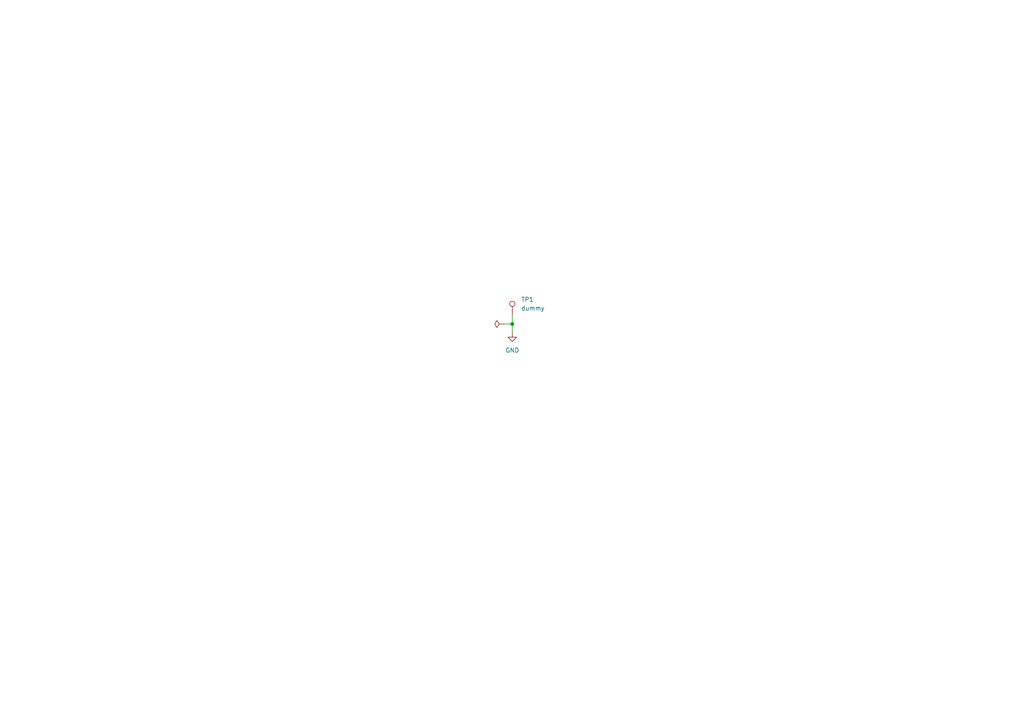
<source format=kicad_sch>
(kicad_sch (version 20230121) (generator eeschema)
  (paper "A4")
  (title_block (title "Mini-Ox front panel") (date "2023-02-06") (rev "0") (comment 1 "creativecommons.org/licenses/by/4.0/") (comment 2 "License: CC by 4.0") (comment 3 "Author: Jordan Aceto"))
  (lib_symbols
    (symbol "Connector:TestPoint" (pin_numbers hide) (pin_names (offset 0.762) hide)
      (property "Reference" "TP" (at 0 6.858 0))
      (property "Value" "TestPoint" (at 0 5.08 0))
      (symbol "TestPoint_0_1"
        (circle (center 0 3.302) (radius 0.762))
      )
      (symbol "TestPoint_1_1"
        (pin passive line (at 0 0 90) (length 2.54) (name "1") (number "1"))
      )
    )
    (symbol "power:GND" (power) (pin_names (offset 0))
      (property "Value" "GND" (at 0 -3.81 0))
      (symbol "GND_0_1"
        (polyline (pts (xy 0 0) (xy 0 -1.27) (xy 1.27 -1.27) (xy 0 -2.54) (xy -1.27 -1.27) (xy 0 -1.27)))
      )
      (symbol "GND_1_1"
        (pin power_in line (at 0 0 270) (length 0) hide (name "GND") (number "1"))
      )
    )
    (symbol "power:PWR_FLAG" (power) (pin_numbers hide) (pin_names (offset 0) hide)
      (property "Value" "PWR_FLAG" (at 0 3.81 0))
      (symbol "PWR_FLAG_0_0"
        (pin power_out line (at 0 0 90) (length 0) (name "pwr") (number "1"))
      )
      (symbol "PWR_FLAG_0_1"
        (polyline (pts (xy 0 0) (xy 0 1.27) (xy -1.016 1.905) (xy 0 2.54) (xy 1.016 1.905) (xy 0 1.27)))
      )
    )
  )
  (junction (at 148.59 93.98))
  (wire (pts (xy 148.59 93.98) (xy 148.59 91.44)))
  (wire (pts (xy 146.05 93.98) (xy 148.59 93.98)))
  (wire (pts (xy 148.59 93.98) (xy 148.59 96.52)))
  (symbol (lib_id "power:GND") (at 148.59 96.52 0) (unit 1)
    (property "Reference" "#PWR?" (effects hide))
    (property "Value" "GND" (at 148.59 101.6 0))
  )
  (symbol (lib_id "power:PWR_FLAG") (at 146.05 93.98 90) (unit 1)
    (property "Reference" "#FLG?" (effects hide))
    (property "Value" "PWR_FLAG" (effects hide))
  )
  (symbol (lib_id "Connector:TestPoint") (at 148.59 91.44 0) (unit 1)
    (property "Reference" "TP1" (at 151.13 86.8679 0) (effects (justify left)))
    (property "Value" "dummy" (at 151.13 89.4079 0) (effects (justify left)))
    (property "Footprint" "TestPoint:TestPoint_Keystone_5000-5004_Miniature" (effects hide))
  )
)
</source>
